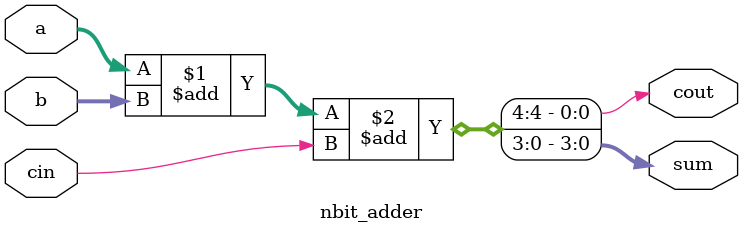
<source format=sv>
`timescale 1ns / 1ps


module nbit_adder #(parameter N = 4) (
    input  logic [N-1:0] a,
    input  logic [N-1:0] b,
    input  logic         cin,
    output logic [N-1:0] sum,
    output logic         cout
);
     
    assign {cout, sum} = a + b + cin;
     
endmodule

</source>
